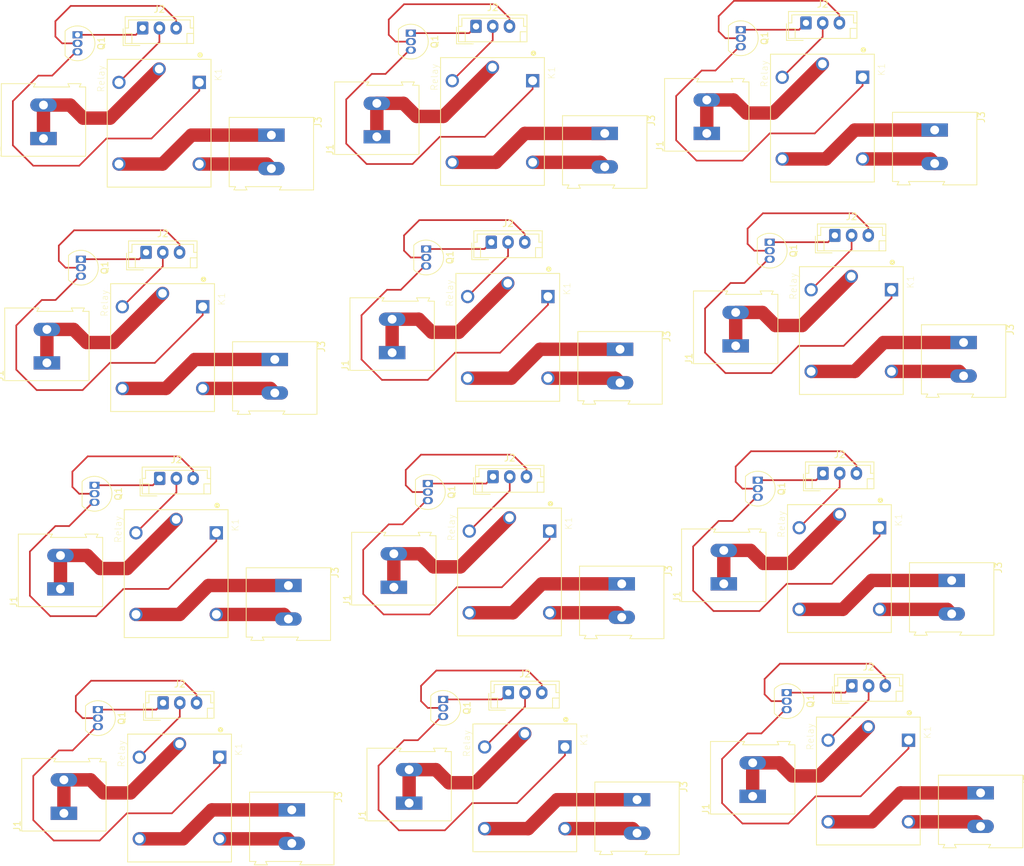
<source format=kicad_pcb>
(kicad_pcb (version 20171130) (host pcbnew 5.1.4-e60b266~84~ubuntu18.04.1)
  (layers (0 F.Cu signal) (31 B.Cu signal) (34 B.Paste user hide) (35 F.Paste user hide) (36 B.SilkS user hide) (37 F.SilkS user hide) (38 B.Mask user hide) (39 F.Mask user hide) (44 Edge.Cuts user hide))
  (net 0 "")
  (net 1 "Net-(J1-Pad1)")
  (net 2 "Net-(J2-Pad2)")
  (net 3 "Net-(J2-Pad1)")
  (net 4 "Net-(J3-Pad2)")
  (net 5 "Net-(J3-Pad1)")
  (net 6 "Net-(J2-Pad3)")
  (net 7 "Net-(K1-PadA1)")
  (module Connector_JST:JST_EH_B3B-EH-A_1x03_P2.50mm_Vertical (layer F.Cu) (at 140.542 85.09)
    (fp_text reference J2 (at 2.5 -2.8) (layer F.SilkS))
    (fp_text value Inputs)
    (pad 3 thru_hole oval (at 5 0) (size 1.7 1.95) (drill 0.95) (layers *.Cu *.Mask))
    (pad 2 thru_hole oval (at 2.5 0) (size 1.7 1.95) (drill 0.95) (layers *.Cu *.Mask))
    (pad 1 thru_hole roundrect (at 0 0) (size 1.7 1.95) (drill 0.95) (layers *.Cu *.Mask) (roundrect_rratio 0.147059))
  )
  (module Connector_JST:JST_EH_B3B-EH-A_1x03_P2.50mm_Vertical (layer F.Cu) (at 41.482 85.852)
    (fp_text reference J2 (at 2.5 -2.8) (layer F.SilkS))
    (fp_text value Inputs)
    (pad 1 thru_hole roundrect (at 0 0) (size 1.7 1.95) (drill 0.95) (layers *.Cu *.Mask) (roundrect_rratio 0.147059))
    (pad 2 thru_hole oval (at 2.5 0) (size 1.7 1.95) (drill 0.95) (layers *.Cu *.Mask))
    (pad 3 thru_hole oval (at 5 0) (size 1.7 1.95) (drill 0.95) (layers *.Cu *.Mask))
  )
  (module Connector_JST:JST_EH_B3B-EH-A_1x03_P2.50mm_Vertical (layer F.Cu) (at 93.552 117.856)
    (fp_text reference J2 (at 2.5 -2.8) (layer F.SilkS))
    (fp_text value Inputs)
    (pad 3 thru_hole oval (at 5 0) (size 1.7 1.95) (drill 0.95) (layers *.Cu *.Mask))
    (pad 2 thru_hole oval (at 2.5 0) (size 1.7 1.95) (drill 0.95) (layers *.Cu *.Mask))
    (pad 1 thru_hole roundrect (at 0 0) (size 1.7 1.95) (drill 0.95) (layers *.Cu *.Mask) (roundrect_rratio 0.147059))
  )
  (module TerminalBlock:TerminalBlock_Altech_AK300-2_P5.00mm (layer F.Cu) (at 26.67 102.362 90)
    (fp_text reference J1 (at -1.92 -6.99 90) (layer F.SilkS))
    (fp_text value DataIn)
    (pad 1 thru_hole rect (at 0 0 90) (size 1.98 3.96) (drill 1.32) (layers *.Cu *.Mask))
    (pad 2 thru_hole oval (at 5 0 90) (size 1.98 3.96) (drill 1.32) (layers *.Cu *.Mask))
  )
  (module TerminalBlock:TerminalBlock_Altech_AK300-2_P5.00mm (layer F.Cu) (at 60.706 101.854 270)
    (fp_text reference J3 (at -1.92 -6.99 90) (layer F.SilkS))
    (fp_text value DataOut)
    (pad 1 thru_hole rect (at 0 0 270) (size 1.98 3.96) (drill 1.32) (layers *.Cu *.Mask))
    (pad 2 thru_hole oval (at 5 0 270) (size 1.98 3.96) (drill 1.32) (layers *.Cu *.Mask))
  )
  (module SRD-05VDC-SL-C:RELAY_SRD-05VDC-SL-C (layer F.Cu) (at 43.942 100.076 270)
    (fp_text reference K1 (at -7.26069 -8.83584 90) (layer F.SilkS) (effects (font (size 1.00009 1.00009) (thickness 0.05))))
    (fp_text value Relay (at -6.62706 8.6677 90) (layer F.SilkS) (effects (font (size 1.00031 1.00031) (thickness 0.05))))
    (pad A1 thru_hole rect (at -6.1 -6 270) (size 1.98 1.98) (drill 1.32) (layers *.Cu *.Mask))
    (pad COM thru_hole circle (at -8.1 0 270) (size 1.935 1.935) (drill 1.29) (layers *.Cu *.Mask))
    (pad A2 thru_hole circle (at -6.1 6 270) (size 1.98 1.98) (drill 1.32) (layers *.Cu *.Mask))
    (pad NO thru_hole circle (at 6.1 6 270) (size 1.98 1.98) (drill 1.32) (layers *.Cu *.Mask))
    (pad NC thru_hole circle (at 6.1 -6 270) (size 1.98 1.98) (drill 1.32) (layers *.Cu *.Mask))
  )
  (module SRD-05VDC-SL-C:RELAY_SRD-05VDC-SL-C (layer F.Cu) (at 147.32 131.064 270)
    (fp_text reference K1 (at -7.26069 -8.83584 90) (layer F.SilkS) (effects (font (size 1.00009 1.00009) (thickness 0.05))))
    (fp_text value Relay (at -6.62706 8.6677 90) (layer F.SilkS) (effects (font (size 1.00031 1.00031) (thickness 0.05))))
    (pad NC thru_hole circle (at 6.1 -6 270) (size 1.98 1.98) (drill 1.32) (layers *.Cu *.Mask))
    (pad NO thru_hole circle (at 6.1 6 270) (size 1.98 1.98) (drill 1.32) (layers *.Cu *.Mask))
    (pad A2 thru_hole circle (at -6.1 6 270) (size 1.98 1.98) (drill 1.32) (layers *.Cu *.Mask))
    (pad COM thru_hole circle (at -8.1 0 270) (size 1.935 1.935) (drill 1.29) (layers *.Cu *.Mask))
    (pad A1 thru_hole rect (at -6.1 -6 270) (size 1.98 1.98) (drill 1.32) (layers *.Cu *.Mask))
  )
  (module Package_TO_SOT_THT:TO-92_Inline (layer F.Cu) (at 130.81 86.106 270)
    (fp_text reference Q1 (at 1.27 -3.56 90) (layer F.SilkS))
    (fp_text value 2N3904)
    (pad 1 thru_hole rect (at 0 0 270) (size 1.05 1.5) (drill 0.75) (layers *.Cu *.Mask))
    (pad 3 thru_hole oval (at 2.54 0 270) (size 1.05 1.5) (drill 0.75) (layers *.Cu *.Mask))
    (pad 2 thru_hole oval (at 1.27 0 270) (size 1.05 1.5) (drill 0.75) (layers *.Cu *.Mask))
  )
  (module TerminalBlock:TerminalBlock_Altech_AK300-2_P5.00mm (layer F.Cu) (at 78.74 134.366 90)
    (fp_text reference J1 (at -1.92 -6.99 90) (layer F.SilkS))
    (fp_text value DataIn)
    (pad 2 thru_hole oval (at 5 0 90) (size 1.98 3.96) (drill 1.32) (layers *.Cu *.Mask))
    (pad 1 thru_hole rect (at 0 0 90) (size 1.98 3.96) (drill 1.32) (layers *.Cu *.Mask))
  )
  (module Package_TO_SOT_THT:TO-92_Inline (layer F.Cu) (at 32.258 120.396 270)
    (fp_text reference Q1 (at 1.27 -3.56 90) (layer F.SilkS))
    (fp_text value 2N3904)
    (pad 1 thru_hole rect (at 0 0 270) (size 1.05 1.5) (drill 0.75) (layers *.Cu *.Mask))
    (pad 3 thru_hole oval (at 2.54 0 270) (size 1.05 1.5) (drill 0.75) (layers *.Cu *.Mask))
    (pad 2 thru_hole oval (at 1.27 0 270) (size 1.05 1.5) (drill 0.75) (layers *.Cu *.Mask))
  )
  (module SRD-05VDC-SL-C:RELAY_SRD-05VDC-SL-C (layer F.Cu) (at 143.002 99.314 270)
    (fp_text reference K1 (at -7.26069 -8.83584 90) (layer F.SilkS) (effects (font (size 1.00009 1.00009) (thickness 0.05))))
    (fp_text value Relay (at -6.62706 8.6677 90) (layer F.SilkS) (effects (font (size 1.00031 1.00031) (thickness 0.05))))
    (pad NC thru_hole circle (at 6.1 -6 270) (size 1.98 1.98) (drill 1.32) (layers *.Cu *.Mask))
    (pad NO thru_hole circle (at 6.1 6 270) (size 1.98 1.98) (drill 1.32) (layers *.Cu *.Mask))
    (pad A2 thru_hole circle (at -6.1 6 270) (size 1.98 1.98) (drill 1.32) (layers *.Cu *.Mask))
    (pad COM thru_hole circle (at -8.1 0 270) (size 1.935 1.935) (drill 1.29) (layers *.Cu *.Mask))
    (pad A1 thru_hole rect (at -6.1 -6 270) (size 1.98 1.98) (drill 1.32) (layers *.Cu *.Mask))
  )
  (module Connector_JST:JST_EH_B3B-EH-A_1x03_P2.50mm_Vertical (layer F.Cu) (at 144.86 116.84)
    (fp_text reference J2 (at 2.5 -2.8) (layer F.SilkS))
    (fp_text value Inputs)
    (pad 3 thru_hole oval (at 5 0) (size 1.7 1.95) (drill 0.95) (layers *.Cu *.Mask))
    (pad 2 thru_hole oval (at 2.5 0) (size 1.7 1.95) (drill 0.95) (layers *.Cu *.Mask))
    (pad 1 thru_hole roundrect (at 0 0) (size 1.7 1.95) (drill 0.95) (layers *.Cu *.Mask) (roundrect_rratio 0.147059))
  )
  (module Connector_JST:JST_EH_B3B-EH-A_1x03_P2.50mm_Vertical (layer F.Cu) (at 91.266 85.598)
    (fp_text reference J2 (at 2.5 -2.8) (layer F.SilkS))
    (fp_text value Inputs)
    (pad 3 thru_hole oval (at 5 0) (size 1.7 1.95) (drill 0.95) (layers *.Cu *.Mask))
    (pad 2 thru_hole oval (at 2.5 0) (size 1.7 1.95) (drill 0.95) (layers *.Cu *.Mask))
    (pad 1 thru_hole roundrect (at 0 0) (size 1.7 1.95) (drill 0.95) (layers *.Cu *.Mask) (roundrect_rratio 0.147059))
  )
  (module Package_TO_SOT_THT:TO-92_Inline (layer F.Cu) (at 135.128 117.856 270)
    (fp_text reference Q1 (at 1.27 -3.56 90) (layer F.SilkS))
    (fp_text value 2N3904)
    (pad 1 thru_hole rect (at 0 0 270) (size 1.05 1.5) (drill 0.75) (layers *.Cu *.Mask))
    (pad 3 thru_hole oval (at 2.54 0 270) (size 1.05 1.5) (drill 0.75) (layers *.Cu *.Mask))
    (pad 2 thru_hole oval (at 1.27 0 270) (size 1.05 1.5) (drill 0.75) (layers *.Cu *.Mask))
  )
  (module TerminalBlock:TerminalBlock_Altech_AK300-2_P5.00mm (layer F.Cu) (at 76.454 102.108 90)
    (fp_text reference J1 (at -1.92 -6.99 90) (layer F.SilkS))
    (fp_text value DataIn)
    (pad 2 thru_hole oval (at 5 0 90) (size 1.98 3.96) (drill 1.32) (layers *.Cu *.Mask))
    (pad 1 thru_hole rect (at 0 0 90) (size 1.98 3.96) (drill 1.32) (layers *.Cu *.Mask))
  )
  (module TerminalBlock:TerminalBlock_Altech_AK300-2_P5.00mm (layer F.Cu) (at 61.214 135.382 270)
    (fp_text reference J3 (at -1.92 -6.99 90) (layer F.SilkS))
    (fp_text value DataOut)
    (pad 2 thru_hole oval (at 5 0 270) (size 1.98 3.96) (drill 1.32) (layers *.Cu *.Mask))
    (pad 1 thru_hole rect (at 0 0 270) (size 1.98 3.96) (drill 1.32) (layers *.Cu *.Mask))
  )
  (module TerminalBlock:TerminalBlock_Altech_AK300-2_P5.00mm (layer F.Cu) (at 27.178 135.89 90)
    (fp_text reference J1 (at -1.92 -6.99 90) (layer F.SilkS))
    (fp_text value DataIn)
    (pad 2 thru_hole oval (at 5 0 90) (size 1.98 3.96) (drill 1.32) (layers *.Cu *.Mask))
    (pad 1 thru_hole rect (at 0 0 90) (size 1.98 3.96) (drill 1.32) (layers *.Cu *.Mask))
  )
  (module SRD-05VDC-SL-C:RELAY_SRD-05VDC-SL-C (layer F.Cu) (at 93.726 99.822 270)
    (fp_text reference K1 (at -7.26069 -8.83584 90) (layer F.SilkS) (effects (font (size 1.00009 1.00009) (thickness 0.05))))
    (fp_text value Relay (at -6.62706 8.6677 90) (layer F.SilkS) (effects (font (size 1.00031 1.00031) (thickness 0.05))))
    (pad NC thru_hole circle (at 6.1 -6 270) (size 1.98 1.98) (drill 1.32) (layers *.Cu *.Mask))
    (pad NO thru_hole circle (at 6.1 6 270) (size 1.98 1.98) (drill 1.32) (layers *.Cu *.Mask))
    (pad A2 thru_hole circle (at -6.1 6 270) (size 1.98 1.98) (drill 1.32) (layers *.Cu *.Mask))
    (pad COM thru_hole circle (at -8.1 0 270) (size 1.935 1.935) (drill 1.29) (layers *.Cu *.Mask))
    (pad A1 thru_hole rect (at -6.1 -6 270) (size 1.98 1.98) (drill 1.32) (layers *.Cu *.Mask))
  )
  (module Connector_JST:JST_EH_B3B-EH-A_1x03_P2.50mm_Vertical (layer F.Cu) (at 41.99 119.38)
    (fp_text reference J2 (at 2.5 -2.8) (layer F.SilkS))
    (fp_text value Inputs)
    (pad 3 thru_hole oval (at 5 0) (size 1.7 1.95) (drill 0.95) (layers *.Cu *.Mask))
    (pad 2 thru_hole oval (at 2.5 0) (size 1.7 1.95) (drill 0.95) (layers *.Cu *.Mask))
    (pad 1 thru_hole roundrect (at 0 0) (size 1.7 1.95) (drill 0.95) (layers *.Cu *.Mask) (roundrect_rratio 0.147059))
  )
  (module TerminalBlock:TerminalBlock_Altech_AK300-2_P5.00mm (layer F.Cu) (at 110.49 101.6 270)
    (fp_text reference J3 (at -1.92 -6.99 90) (layer F.SilkS))
    (fp_text value DataOut)
    (pad 2 thru_hole oval (at 5 0 270) (size 1.98 3.96) (drill 1.32) (layers *.Cu *.Mask))
    (pad 1 thru_hole rect (at 0 0 270) (size 1.98 3.96) (drill 1.32) (layers *.Cu *.Mask))
  )
  (module SRD-05VDC-SL-C:RELAY_SRD-05VDC-SL-C (layer F.Cu) (at 96.012 132.08 270)
    (fp_text reference K1 (at -7.26069 -8.83584 90) (layer F.SilkS) (effects (font (size 1.00009 1.00009) (thickness 0.05))))
    (fp_text value Relay (at -6.62706 8.6677 90) (layer F.SilkS) (effects (font (size 1.00031 1.00031) (thickness 0.05))))
    (pad NC thru_hole circle (at 6.1 -6 270) (size 1.98 1.98) (drill 1.32) (layers *.Cu *.Mask))
    (pad NO thru_hole circle (at 6.1 6 270) (size 1.98 1.98) (drill 1.32) (layers *.Cu *.Mask))
    (pad A2 thru_hole circle (at -6.1 6 270) (size 1.98 1.98) (drill 1.32) (layers *.Cu *.Mask))
    (pad COM thru_hole circle (at -8.1 0 270) (size 1.935 1.935) (drill 1.29) (layers *.Cu *.Mask))
    (pad A1 thru_hole rect (at -6.1 -6 270) (size 1.98 1.98) (drill 1.32) (layers *.Cu *.Mask))
  )
  (module TerminalBlock:TerminalBlock_Altech_AK300-2_P5.00mm (layer F.Cu) (at 164.084 132.842 270)
    (fp_text reference J3 (at -1.92 -6.99 90) (layer F.SilkS))
    (fp_text value DataOut)
    (pad 2 thru_hole oval (at 5 0 270) (size 1.98 3.96) (drill 1.32) (layers *.Cu *.Mask))
    (pad 1 thru_hole rect (at 0 0 270) (size 1.98 3.96) (drill 1.32) (layers *.Cu *.Mask))
  )
  (module Package_TO_SOT_THT:TO-92_Inline (layer F.Cu) (at 81.534 86.614 270)
    (fp_text reference Q1 (at 1.27 -3.56 90) (layer F.SilkS))
    (fp_text value 2N3904)
    (pad 1 thru_hole rect (at 0 0 270) (size 1.05 1.5) (drill 0.75) (layers *.Cu *.Mask))
    (pad 3 thru_hole oval (at 2.54 0 270) (size 1.05 1.5) (drill 0.75) (layers *.Cu *.Mask))
    (pad 2 thru_hole oval (at 1.27 0 270) (size 1.05 1.5) (drill 0.75) (layers *.Cu *.Mask))
  )
  (module Package_TO_SOT_THT:TO-92_Inline (layer F.Cu) (at 83.82 118.872 270)
    (fp_text reference Q1 (at 1.27 -3.56 90) (layer F.SilkS))
    (fp_text value 2N3904)
    (pad 1 thru_hole rect (at 0 0 270) (size 1.05 1.5) (drill 0.75) (layers *.Cu *.Mask))
    (pad 3 thru_hole oval (at 2.54 0 270) (size 1.05 1.5) (drill 0.75) (layers *.Cu *.Mask))
    (pad 2 thru_hole oval (at 1.27 0 270) (size 1.05 1.5) (drill 0.75) (layers *.Cu *.Mask))
  )
  (module Package_TO_SOT_THT:TO-92_Inline (layer F.Cu) (at 31.75 86.868 270)
    (fp_text reference Q1 (at 1.27 -3.56 90) (layer F.SilkS))
    (fp_text value 2N3904)
    (pad 2 thru_hole oval (at 1.27 0 270) (size 1.05 1.5) (drill 0.75) (layers *.Cu *.Mask))
    (pad 3 thru_hole oval (at 2.54 0 270) (size 1.05 1.5) (drill 0.75) (layers *.Cu *.Mask))
    (pad 1 thru_hole rect (at 0 0 270) (size 1.05 1.5) (drill 0.75) (layers *.Cu *.Mask))
  )
  (module TerminalBlock:TerminalBlock_Altech_AK300-2_P5.00mm (layer F.Cu) (at 130.048 133.35 90)
    (fp_text reference J1 (at -1.92 -6.99 90) (layer F.SilkS))
    (fp_text value DataIn)
    (pad 2 thru_hole oval (at 5 0 90) (size 1.98 3.96) (drill 1.32) (layers *.Cu *.Mask))
    (pad 1 thru_hole rect (at 0 0 90) (size 1.98 3.96) (drill 1.32) (layers *.Cu *.Mask))
  )
  (module TerminalBlock:TerminalBlock_Altech_AK300-2_P5.00mm (layer F.Cu) (at 112.776 133.858 270)
    (fp_text reference J3 (at -1.92 -6.99 90) (layer F.SilkS))
    (fp_text value DataOut)
    (pad 2 thru_hole oval (at 5 0 270) (size 1.98 3.96) (drill 1.32) (layers *.Cu *.Mask))
    (pad 1 thru_hole rect (at 0 0 270) (size 1.98 3.96) (drill 1.32) (layers *.Cu *.Mask))
  )
  (module TerminalBlock:TerminalBlock_Altech_AK300-2_P5.00mm (layer F.Cu) (at 125.73 101.6 90)
    (fp_text reference J1 (at -1.92 -6.99 90) (layer F.SilkS))
    (fp_text value DataIn)
    (pad 2 thru_hole oval (at 5 0 90) (size 1.98 3.96) (drill 1.32) (layers *.Cu *.Mask))
    (pad 1 thru_hole rect (at 0 0 90) (size 1.98 3.96) (drill 1.32) (layers *.Cu *.Mask))
  )
  (module SRD-05VDC-SL-C:RELAY_SRD-05VDC-SL-C (layer F.Cu) (at 44.45 133.604 270)
    (fp_text reference K1 (at -7.26069 -8.83584 90) (layer F.SilkS) (effects (font (size 1.00009 1.00009) (thickness 0.05))))
    (fp_text value Relay (at -6.62706 8.6677 90) (layer F.SilkS) (effects (font (size 1.00031 1.00031) (thickness 0.05))))
    (pad NC thru_hole circle (at 6.1 -6 270) (size 1.98 1.98) (drill 1.32) (layers *.Cu *.Mask))
    (pad NO thru_hole circle (at 6.1 6 270) (size 1.98 1.98) (drill 1.32) (layers *.Cu *.Mask))
    (pad A2 thru_hole circle (at -6.1 6 270) (size 1.98 1.98) (drill 1.32) (layers *.Cu *.Mask))
    (pad COM thru_hole circle (at -8.1 0 270) (size 1.935 1.935) (drill 1.29) (layers *.Cu *.Mask))
    (pad A1 thru_hole rect (at -6.1 -6 270) (size 1.98 1.98) (drill 1.32) (layers *.Cu *.Mask))
  )
  (module TerminalBlock:TerminalBlock_Altech_AK300-2_P5.00mm (layer F.Cu) (at 159.766 101.092 270)
    (fp_text reference J3 (at -1.92 -6.99 90) (layer F.SilkS))
    (fp_text value DataOut)
    (pad 2 thru_hole oval (at 5 0 270) (size 1.98 3.96) (drill 1.32) (layers *.Cu *.Mask))
    (pad 1 thru_hole rect (at 0 0 270) (size 1.98 3.96) (drill 1.32) (layers *.Cu *.Mask))
  )
  (module Connector_JST:JST_EH_B3B-EH-A_1x03_P2.50mm_Vertical (layer F.Cu) (at 142.32 49.53)
    (fp_text reference J2 (at 2.5 -2.8) (layer F.SilkS))
    (fp_text value Inputs)
    (pad 1 thru_hole roundrect (at 0 0) (size 1.7 1.95) (drill 0.95) (layers *.Cu *.Mask) (roundrect_rratio 0.147059))
    (pad 2 thru_hole oval (at 2.5 0) (size 1.7 1.95) (drill 0.95) (layers *.Cu *.Mask))
    (pad 3 thru_hole oval (at 5 0) (size 1.7 1.95) (drill 0.95) (layers *.Cu *.Mask))
  )
  (module TerminalBlock:TerminalBlock_Altech_AK300-2_P5.00mm (layer F.Cu) (at 127.508 66.04 90)
    (fp_text reference J1 (at -1.92 -6.99 90) (layer F.SilkS))
    (fp_text value DataIn)
    (pad 1 thru_hole rect (at 0 0 90) (size 1.98 3.96) (drill 1.32) (layers *.Cu *.Mask))
    (pad 2 thru_hole oval (at 5 0 90) (size 1.98 3.96) (drill 1.32) (layers *.Cu *.Mask))
  )
  (module TerminalBlock:TerminalBlock_Altech_AK300-2_P5.00mm (layer F.Cu) (at 161.544 65.532 270)
    (fp_text reference J3 (at -1.92 -6.99 90) (layer F.SilkS))
    (fp_text value DataOut)
    (pad 1 thru_hole rect (at 0 0 270) (size 1.98 3.96) (drill 1.32) (layers *.Cu *.Mask))
    (pad 2 thru_hole oval (at 5 0 270) (size 1.98 3.96) (drill 1.32) (layers *.Cu *.Mask))
  )
  (module SRD-05VDC-SL-C:RELAY_SRD-05VDC-SL-C (layer F.Cu) (at 144.78 63.754 270)
    (fp_text reference K1 (at -7.26069 -8.83584 90) (layer F.SilkS) (effects (font (size 1.00009 1.00009) (thickness 0.05))))
    (fp_text value Relay (at -6.62706 8.6677 90) (layer F.SilkS) (effects (font (size 1.00031 1.00031) (thickness 0.05))))
    (pad A1 thru_hole rect (at -6.1 -6 270) (size 1.98 1.98) (drill 1.32) (layers *.Cu *.Mask))
    (pad COM thru_hole circle (at -8.1 0 270) (size 1.935 1.935) (drill 1.29) (layers *.Cu *.Mask))
    (pad A2 thru_hole circle (at -6.1 6 270) (size 1.98 1.98) (drill 1.32) (layers *.Cu *.Mask))
    (pad NO thru_hole circle (at 6.1 6 270) (size 1.98 1.98) (drill 1.32) (layers *.Cu *.Mask))
    (pad NC thru_hole circle (at 6.1 -6 270) (size 1.98 1.98) (drill 1.32) (layers *.Cu *.Mask))
  )
  (module Package_TO_SOT_THT:TO-92_Inline (layer F.Cu) (at 132.588 50.546 270)
    (fp_text reference Q1 (at 1.27 -3.56 90) (layer F.SilkS))
    (fp_text value 2N3904)
    (pad 2 thru_hole oval (at 1.27 0 270) (size 1.05 1.5) (drill 0.75) (layers *.Cu *.Mask))
    (pad 3 thru_hole oval (at 2.54 0 270) (size 1.05 1.5) (drill 0.75) (layers *.Cu *.Mask))
    (pad 1 thru_hole rect (at 0 0 270) (size 1.05 1.5) (drill 0.75) (layers *.Cu *.Mask))
  )
  (module Connector_JST:JST_EH_B3B-EH-A_1x03_P2.50mm_Vertical (layer F.Cu) (at 91.012 50.546)
    (fp_text reference J2 (at 2.5 -2.8) (layer F.SilkS))
    (fp_text value Inputs)
    (pad 1 thru_hole roundrect (at 0 0) (size 1.7 1.95) (drill 0.95) (layers *.Cu *.Mask) (roundrect_rratio 0.147059))
    (pad 2 thru_hole oval (at 2.5 0) (size 1.7 1.95) (drill 0.95) (layers *.Cu *.Mask))
    (pad 3 thru_hole oval (at 5 0) (size 1.7 1.95) (drill 0.95) (layers *.Cu *.Mask))
  )
  (module TerminalBlock:TerminalBlock_Altech_AK300-2_P5.00mm (layer F.Cu) (at 76.2 67.056 90)
    (fp_text reference J1 (at -1.92 -6.99 90) (layer F.SilkS))
    (fp_text value DataIn)
    (pad 1 thru_hole rect (at 0 0 90) (size 1.98 3.96) (drill 1.32) (layers *.Cu *.Mask))
    (pad 2 thru_hole oval (at 5 0 90) (size 1.98 3.96) (drill 1.32) (layers *.Cu *.Mask))
  )
  (module TerminalBlock:TerminalBlock_Altech_AK300-2_P5.00mm (layer F.Cu) (at 110.236 66.548 270)
    (fp_text reference J3 (at -1.92 -6.99 90) (layer F.SilkS))
    (fp_text value DataOut)
    (pad 1 thru_hole rect (at 0 0 270) (size 1.98 3.96) (drill 1.32) (layers *.Cu *.Mask))
    (pad 2 thru_hole oval (at 5 0 270) (size 1.98 3.96) (drill 1.32) (layers *.Cu *.Mask))
  )
  (module SRD-05VDC-SL-C:RELAY_SRD-05VDC-SL-C (layer F.Cu) (at 93.472 64.77 270)
    (fp_text reference K1 (at -7.26069 -8.83584 90) (layer F.SilkS) (effects (font (size 1.00009 1.00009) (thickness 0.05))))
    (fp_text value Relay (at -6.62706 8.6677 90) (layer F.SilkS) (effects (font (size 1.00031 1.00031) (thickness 0.05))))
    (pad A1 thru_hole rect (at -6.1 -6 270) (size 1.98 1.98) (drill 1.32) (layers *.Cu *.Mask))
    (pad COM thru_hole circle (at -8.1 0 270) (size 1.935 1.935) (drill 1.29) (layers *.Cu *.Mask))
    (pad A2 thru_hole circle (at -6.1 6 270) (size 1.98 1.98) (drill 1.32) (layers *.Cu *.Mask))
    (pad NO thru_hole circle (at 6.1 6 270) (size 1.98 1.98) (drill 1.32) (layers *.Cu *.Mask))
    (pad NC thru_hole circle (at 6.1 -6 270) (size 1.98 1.98) (drill 1.32) (layers *.Cu *.Mask))
  )
  (module Package_TO_SOT_THT:TO-92_Inline (layer F.Cu) (at 81.28 51.562 270)
    (fp_text reference Q1 (at 1.27 -3.56 90) (layer F.SilkS))
    (fp_text value 2N3904)
    (pad 2 thru_hole oval (at 1.27 0 270) (size 1.05 1.5) (drill 0.75) (layers *.Cu *.Mask))
    (pad 3 thru_hole oval (at 2.54 0 270) (size 1.05 1.5) (drill 0.75) (layers *.Cu *.Mask))
    (pad 1 thru_hole rect (at 0 0 270) (size 1.05 1.5) (drill 0.75) (layers *.Cu *.Mask))
  )
  (module Connector_JST:JST_EH_B3B-EH-A_1x03_P2.50mm_Vertical (layer F.Cu) (at 39.45 52.07)
    (fp_text reference J2 (at 2.5 -2.8) (layer F.SilkS))
    (fp_text value Inputs)
    (pad 1 thru_hole roundrect (at 0 0) (size 1.7 1.95) (drill 0.95) (layers *.Cu *.Mask) (roundrect_rratio 0.147059))
    (pad 2 thru_hole oval (at 2.5 0) (size 1.7 1.95) (drill 0.95) (layers *.Cu *.Mask))
    (pad 3 thru_hole oval (at 5 0) (size 1.7 1.95) (drill 0.95) (layers *.Cu *.Mask))
  )
  (module TerminalBlock:TerminalBlock_Altech_AK300-2_P5.00mm (layer F.Cu) (at 24.638 68.58 90)
    (fp_text reference J1 (at -1.92 -6.99 90) (layer F.SilkS))
    (fp_text value DataIn)
    (pad 1 thru_hole rect (at 0 0 90) (size 1.98 3.96) (drill 1.32) (layers *.Cu *.Mask))
    (pad 2 thru_hole oval (at 5 0 90) (size 1.98 3.96) (drill 1.32) (layers *.Cu *.Mask))
  )
  (module TerminalBlock:TerminalBlock_Altech_AK300-2_P5.00mm (layer F.Cu) (at 58.674 68.072 270)
    (fp_text reference J3 (at -1.92 -6.99 90) (layer F.SilkS))
    (fp_text value DataOut)
    (pad 1 thru_hole rect (at 0 0 270) (size 1.98 3.96) (drill 1.32) (layers *.Cu *.Mask))
    (pad 2 thru_hole oval (at 5 0 270) (size 1.98 3.96) (drill 1.32) (layers *.Cu *.Mask))
  )
  (module SRD-05VDC-SL-C:RELAY_SRD-05VDC-SL-C (layer F.Cu) (at 41.91 66.294 270)
    (fp_text reference K1 (at -7.26069 -8.83584 90) (layer F.SilkS) (effects (font (size 1.00009 1.00009) (thickness 0.05))))
    (fp_text value Relay (at -6.62706 8.6677 90) (layer F.SilkS) (effects (font (size 1.00031 1.00031) (thickness 0.05))))
    (pad A1 thru_hole rect (at -6.1 -6 270) (size 1.98 1.98) (drill 1.32) (layers *.Cu *.Mask))
    (pad COM thru_hole circle (at -8.1 0 270) (size 1.935 1.935) (drill 1.29) (layers *.Cu *.Mask))
    (pad A2 thru_hole circle (at -6.1 6 270) (size 1.98 1.98) (drill 1.32) (layers *.Cu *.Mask))
    (pad NO thru_hole circle (at 6.1 6 270) (size 1.98 1.98) (drill 1.32) (layers *.Cu *.Mask))
    (pad NC thru_hole circle (at 6.1 -6 270) (size 1.98 1.98) (drill 1.32) (layers *.Cu *.Mask))
  )
  (module Package_TO_SOT_THT:TO-92_Inline (layer F.Cu) (at 29.718 53.086 270)
    (fp_text reference Q1 (at 1.27 -3.56 90) (layer F.SilkS))
    (fp_text value 2N3904)
    (pad 2 thru_hole oval (at 1.27 0 270) (size 1.05 1.5) (drill 0.75) (layers *.Cu *.Mask))
    (pad 3 thru_hole oval (at 2.54 0 270) (size 1.05 1.5) (drill 0.75) (layers *.Cu *.Mask))
    (pad 1 thru_hole rect (at 0 0 270) (size 1.05 1.5) (drill 0.75) (layers *.Cu *.Mask))
  )
  (module Connector_JST:JST_EH_B3B-EH-A_1x03_P2.50mm_Vertical (layer F.Cu) (at 138.002 17.78)
    (fp_text reference J2 (at 2.5 -2.8) (layer F.SilkS))
    (fp_text value Inputs)
    (pad 1 thru_hole roundrect (at 0 0) (size 1.7 1.95) (drill 0.95) (layers *.Cu *.Mask) (roundrect_rratio 0.147059))
    (pad 2 thru_hole oval (at 2.5 0) (size 1.7 1.95) (drill 0.95) (layers *.Cu *.Mask))
    (pad 3 thru_hole oval (at 5 0) (size 1.7 1.95) (drill 0.95) (layers *.Cu *.Mask))
  )
  (module TerminalBlock:TerminalBlock_Altech_AK300-2_P5.00mm (layer F.Cu) (at 123.19 34.29 90)
    (fp_text reference J1 (at -1.92 -6.99 90) (layer F.SilkS))
    (fp_text value DataIn)
    (pad 1 thru_hole rect (at 0 0 90) (size 1.98 3.96) (drill 1.32) (layers *.Cu *.Mask))
    (pad 2 thru_hole oval (at 5 0 90) (size 1.98 3.96) (drill 1.32) (layers *.Cu *.Mask))
  )
  (module TerminalBlock:TerminalBlock_Altech_AK300-2_P5.00mm (layer F.Cu) (at 157.226 33.782 270)
    (fp_text reference J3 (at -1.92 -6.99 90) (layer F.SilkS))
    (fp_text value DataOut)
    (pad 1 thru_hole rect (at 0 0 270) (size 1.98 3.96) (drill 1.32) (layers *.Cu *.Mask))
    (pad 2 thru_hole oval (at 5 0 270) (size 1.98 3.96) (drill 1.32) (layers *.Cu *.Mask))
  )
  (module SRD-05VDC-SL-C:RELAY_SRD-05VDC-SL-C (layer F.Cu) (at 140.462 32.004 270)
    (fp_text reference K1 (at -7.26069 -8.83584 90) (layer F.SilkS) (effects (font (size 1.00009 1.00009) (thickness 0.05))))
    (fp_text value Relay (at -6.62706 8.6677 90) (layer F.SilkS) (effects (font (size 1.00031 1.00031) (thickness 0.05))))
    (pad A1 thru_hole rect (at -6.1 -6 270) (size 1.98 1.98) (drill 1.32) (layers *.Cu *.Mask))
    (pad COM thru_hole circle (at -8.1 0 270) (size 1.935 1.935) (drill 1.29) (layers *.Cu *.Mask))
    (pad A2 thru_hole circle (at -6.1 6 270) (size 1.98 1.98) (drill 1.32) (layers *.Cu *.Mask))
    (pad NO thru_hole circle (at 6.1 6 270) (size 1.98 1.98) (drill 1.32) (layers *.Cu *.Mask))
    (pad NC thru_hole circle (at 6.1 -6 270) (size 1.98 1.98) (drill 1.32) (layers *.Cu *.Mask))
  )
  (module Package_TO_SOT_THT:TO-92_Inline (layer F.Cu) (at 128.27 18.796 270)
    (fp_text reference Q1 (at 1.27 -3.56 90) (layer F.SilkS))
    (fp_text value 2N3904)
    (pad 2 thru_hole oval (at 1.27 0 270) (size 1.05 1.5) (drill 0.75) (layers *.Cu *.Mask))
    (pad 3 thru_hole oval (at 2.54 0 270) (size 1.05 1.5) (drill 0.75) (layers *.Cu *.Mask))
    (pad 1 thru_hole rect (at 0 0 270) (size 1.05 1.5) (drill 0.75) (layers *.Cu *.Mask))
  )
  (module Connector_JST:JST_EH_B3B-EH-A_1x03_P2.50mm_Vertical (layer F.Cu) (at 88.726 18.288)
    (fp_text reference J2 (at 2.5 -2.8) (layer F.SilkS))
    (fp_text value Inputs)
    (pad 1 thru_hole roundrect (at 0 0) (size 1.7 1.95) (drill 0.95) (layers *.Cu *.Mask) (roundrect_rratio 0.147059))
    (pad 2 thru_hole oval (at 2.5 0) (size 1.7 1.95) (drill 0.95) (layers *.Cu *.Mask))
    (pad 3 thru_hole oval (at 5 0) (size 1.7 1.95) (drill 0.95) (layers *.Cu *.Mask))
  )
  (module TerminalBlock:TerminalBlock_Altech_AK300-2_P5.00mm (layer F.Cu) (at 73.914 34.798 90)
    (fp_text reference J1 (at -1.92 -6.99 90) (layer F.SilkS))
    (fp_text value DataIn)
    (pad 1 thru_hole rect (at 0 0 90) (size 1.98 3.96) (drill 1.32) (layers *.Cu *.Mask))
    (pad 2 thru_hole oval (at 5 0 90) (size 1.98 3.96) (drill 1.32) (layers *.Cu *.Mask))
  )
  (module TerminalBlock:TerminalBlock_Altech_AK300-2_P5.00mm (layer F.Cu) (at 107.95 34.29 270)
    (fp_text reference J3 (at -1.92 -6.99 90) (layer F.SilkS))
    (fp_text value DataOut)
    (pad 1 thru_hole rect (at 0 0 270) (size 1.98 3.96) (drill 1.32) (layers *.Cu *.Mask))
    (pad 2 thru_hole oval (at 5 0 270) (size 1.98 3.96) (drill 1.32) (layers *.Cu *.Mask))
  )
  (module SRD-05VDC-SL-C:RELAY_SRD-05VDC-SL-C (layer F.Cu) (at 91.186 32.512 270)
    (fp_text reference K1 (at -7.26069 -8.83584 90) (layer F.SilkS) (effects (font (size 1.00009 1.00009) (thickness 0.05))))
    (fp_text value Relay (at -6.62706 8.6677 90) (layer F.SilkS) (effects (font (size 1.00031 1.00031) (thickness 0.05))))
    (pad A1 thru_hole rect (at -6.1 -6 270) (size 1.98 1.98) (drill 1.32) (layers *.Cu *.Mask))
    (pad COM thru_hole circle (at -8.1 0 270) (size 1.935 1.935) (drill 1.29) (layers *.Cu *.Mask))
    (pad A2 thru_hole circle (at -6.1 6 270) (size 1.98 1.98) (drill 1.32) (layers *.Cu *.Mask))
    (pad NO thru_hole circle (at 6.1 6 270) (size 1.98 1.98) (drill 1.32) (layers *.Cu *.Mask))
    (pad NC thru_hole circle (at 6.1 -6 270) (size 1.98 1.98) (drill 1.32) (layers *.Cu *.Mask))
  )
  (module Package_TO_SOT_THT:TO-92_Inline (layer F.Cu) (at 78.994 19.304 270)
    (fp_text reference Q1 (at 1.27 -3.56 90) (layer F.SilkS))
    (fp_text value 2N3904)
    (pad 2 thru_hole oval (at 1.27 0 270) (size 1.05 1.5) (drill 0.75) (layers *.Cu *.Mask))
    (pad 3 thru_hole oval (at 2.54 0 270) (size 1.05 1.5) (drill 0.75) (layers *.Cu *.Mask))
    (pad 1 thru_hole rect (at 0 0 270) (size 1.05 1.5) (drill 0.75) (layers *.Cu *.Mask))
  )
  (module Package_TO_SOT_THT:TO-92_Inline (layer F.Cu) (at 29.21 19.558 270)
    (fp_text reference Q1 (at 1.27 -3.56 90) (layer F.SilkS))
    (fp_text value 2N3904)
    (pad 1 thru_hole rect (at 0 0 270) (size 1.05 1.5) (drill 0.75) (layers *.Cu *.Mask) (net 3 "Net-(J2-Pad1)"))
    (pad 3 thru_hole oval (at 2.54 0 270) (size 1.05 1.5) (drill 0.75) (layers *.Cu *.Mask) (net 7 "Net-(K1-PadA1)"))
    (pad 2 thru_hole oval (at 1.27 0 270) (size 1.05 1.5) (drill 0.75) (layers *.Cu *.Mask) (net 6 "Net-(J2-Pad3)"))
  )
  (module SRD-05VDC-SL-C:RELAY_SRD-05VDC-SL-C (layer F.Cu) (at 41.402 32.766 270)
    (fp_text reference K1 (at -7.26069 -8.83584 90) (layer F.SilkS) (effects (font (size 1.00009 1.00009) (thickness 0.05))))
    (fp_text value Relay (at -6.62706 8.6677 90) (layer F.SilkS) (effects (font (size 1.00031 1.00031) (thickness 0.05))))
    (pad NC thru_hole circle (at 6.1 -6 270) (size 1.98 1.98) (drill 1.32) (layers *.Cu *.Mask) (net 4 "Net-(J3-Pad2)"))
    (pad NO thru_hole circle (at 6.1 6 270) (size 1.98 1.98) (drill 1.32) (layers *.Cu *.Mask) (net 5 "Net-(J3-Pad1)"))
    (pad A2 thru_hole circle (at -6.1 6 270) (size 1.98 1.98) (drill 1.32) (layers *.Cu *.Mask) (net 2 "Net-(J2-Pad2)"))
    (pad COM thru_hole circle (at -8.1 0 270) (size 1.935 1.935) (drill 1.29) (layers *.Cu *.Mask) (net 1 "Net-(J1-Pad1)"))
    (pad A1 thru_hole rect (at -6.1 -6 270) (size 1.98 1.98) (drill 1.32) (layers *.Cu *.Mask) (net 7 "Net-(K1-PadA1)"))
  )
  (module TerminalBlock:TerminalBlock_Altech_AK300-2_P5.00mm (layer F.Cu) (at 58.166 34.544 270)
    (fp_text reference J3 (at -1.92 -6.99 90) (layer F.SilkS))
    (fp_text value DataOut)
    (pad 2 thru_hole oval (at 5 0 270) (size 1.98 3.96) (drill 1.32) (layers *.Cu *.Mask) (net 4 "Net-(J3-Pad2)"))
    (pad 1 thru_hole rect (at 0 0 270) (size 1.98 3.96) (drill 1.32) (layers *.Cu *.Mask) (net 5 "Net-(J3-Pad1)"))
  )
  (module Connector_JST:JST_EH_B3B-EH-A_1x03_P2.50mm_Vertical (layer F.Cu) (at 38.942 18.542)
    (fp_text reference J2 (at 2.5 -2.8) (layer F.SilkS))
    (fp_text value Inputs)
    (pad 3 thru_hole oval (at 5 0) (size 1.7 1.95) (drill 0.95) (layers *.Cu *.Mask) (net 6 "Net-(J2-Pad3)"))
    (pad 2 thru_hole oval (at 2.5 0) (size 1.7 1.95) (drill 0.95) (layers *.Cu *.Mask) (net 2 "Net-(J2-Pad2)"))
    (pad 1 thru_hole roundrect (at 0 0) (size 1.7 1.95) (drill 0.95) (layers *.Cu *.Mask) (roundrect_rratio 0.147059) (net 3 "Net-(J2-Pad1)"))
  )
  (module TerminalBlock:TerminalBlock_Altech_AK300-2_P5.00mm (layer F.Cu) (at 24.13 35.052 90)
    (fp_text reference J1 (at -1.92 -6.99 90) (layer F.SilkS))
    (fp_text value DataIn)
    (pad 2 thru_hole oval (at 5 0 90) (size 1.98 3.96) (drill 1.32) (layers *.Cu *.Mask) (net 1 "Net-(J1-Pad1)"))
    (pad 1 thru_hole rect (at 0 0 90) (size 1.98 3.96) (drill 1.32) (layers *.Cu *.Mask) (net 1 "Net-(J1-Pad1)"))
  )
  (segment (start 77.894 29.798) (end 79.846 31.75) (width 2) (layer F.Cu) (net 0))
  (segment (start 73.914 29.798) (end 73.914 34.798) (width 2) (layer F.Cu) (net 0))
  (segment (start 79.846 31.75) (end 83.848 31.75) (width 2) (layer F.Cu) (net 0))
  (segment (start 73.914 29.798) (end 77.894 29.798) (width 2) (layer F.Cu) (net 0))
  (segment (start 83.848 31.75) (end 91.186 24.412) (width 2) (layer F.Cu) (net 0))
  (segment (start 91.226 20.372) (end 85.186 26.412) (width 0.25) (layer F.Cu) (net 0))
  (segment (start 91.226 18.288) (end 91.226 20.372) (width 0.25) (layer F.Cu) (net 0))
  (segment (start 87.71 19.304) (end 88.726 18.288) (width 0.25) (layer F.Cu) (net 0))
  (segment (start 78.994 19.304) (end 87.71 19.304) (width 0.25) (layer F.Cu) (net 0))
  (segment (start 97.186 38.612) (end 107.272 38.612) (width 2) (layer F.Cu) (net 0))
  (segment (start 107.272 38.612) (end 107.95 39.29) (width 2) (layer F.Cu) (net 0))
  (segment (start 96.012 34.29) (end 107.95 34.29) (width 2) (layer F.Cu) (net 0))
  (segment (start 91.69 38.612) (end 96.012 34.29) (width 2) (layer F.Cu) (net 0))
  (segment (start 85.186 38.612) (end 91.69 38.612) (width 2) (layer F.Cu) (net 0))
  (segment (start 77.978 14.986) (end 75.692 17.272) (width 0.25) (layer F.Cu) (net 0))
  (segment (start 75.692 19.558) (end 76.708 20.574) (width 0.25) (layer F.Cu) (net 0))
  (segment (start 75.692 17.272) (end 75.692 19.558) (width 0.25) (layer F.Cu) (net 0))
  (segment (start 91.649 14.986) (end 77.978 14.986) (width 0.25) (layer F.Cu) (net 0))
  (segment (start 93.726 18.288) (end 93.726 17.063) (width 0.25) (layer F.Cu) (net 0))
  (segment (start 76.708 20.574) (end 78.994 20.574) (width 0.25) (layer F.Cu) (net 0))
  (segment (start 93.726 17.063) (end 91.649 14.986) (width 0.25) (layer F.Cu) (net 0))
  (segment (start 69.342 29.21) (end 69.342 35.814) (width 0.25) (layer F.Cu) (net 0))
  (segment (start 72.39 38.862) (end 79.248 38.862) (width 0.25) (layer F.Cu) (net 0))
  (segment (start 73.152 25.4) (end 69.342 29.21) (width 0.25) (layer F.Cu) (net 0))
  (segment (start 97.186 27.652) (end 97.186 26.412) (width 0.25) (layer F.Cu) (net 0))
  (segment (start 83.312 34.798) (end 90.04 34.798) (width 0.25) (layer F.Cu) (net 0))
  (segment (start 79.248 38.862) (end 83.312 34.798) (width 0.25) (layer F.Cu) (net 0))
  (segment (start 78.769 21.844) (end 75.213 25.4) (width 0.25) (layer F.Cu) (net 0))
  (segment (start 90.04 34.798) (end 97.186 27.652) (width 0.25) (layer F.Cu) (net 0))
  (segment (start 69.342 35.814) (end 72.39 38.862) (width 0.25) (layer F.Cu) (net 0))
  (segment (start 75.213 25.4) (end 73.152 25.4) (width 0.25) (layer F.Cu) (net 0))
  (segment (start 78.994 21.844) (end 78.769 21.844) (width 0.25) (layer F.Cu) (net 0))
  (segment (start 127.17 29.29) (end 129.122 31.242) (width 2) (layer F.Cu) (net 0))
  (segment (start 123.19 29.29) (end 123.19 34.29) (width 2) (layer F.Cu) (net 0))
  (segment (start 129.122 31.242) (end 133.124 31.242) (width 2) (layer F.Cu) (net 0))
  (segment (start 123.19 29.29) (end 127.17 29.29) (width 2) (layer F.Cu) (net 0))
  (segment (start 133.124 31.242) (end 140.462 23.904) (width 2) (layer F.Cu) (net 0))
  (segment (start 140.502 19.864) (end 134.462 25.904) (width 0.25) (layer F.Cu) (net 0))
  (segment (start 140.502 17.78) (end 140.502 19.864) (width 0.25) (layer F.Cu) (net 0))
  (segment (start 136.986 18.796) (end 138.002 17.78) (width 0.25) (layer F.Cu) (net 0))
  (segment (start 128.27 18.796) (end 136.986 18.796) (width 0.25) (layer F.Cu) (net 0))
  (segment (start 146.462 38.104) (end 156.548 38.104) (width 2) (layer F.Cu) (net 0))
  (segment (start 156.548 38.104) (end 157.226 38.782) (width 2) (layer F.Cu) (net 0))
  (segment (start 145.288 33.782) (end 157.226 33.782) (width 2) (layer F.Cu) (net 0))
  (segment (start 140.966 38.104) (end 145.288 33.782) (width 2) (layer F.Cu) (net 0))
  (segment (start 134.462 38.104) (end 140.966 38.104) (width 2) (layer F.Cu) (net 0))
  (segment (start 127.254 14.478) (end 124.968 16.764) (width 0.25) (layer F.Cu) (net 0))
  (segment (start 124.968 19.05) (end 125.984 20.066) (width 0.25) (layer F.Cu) (net 0))
  (segment (start 124.968 16.764) (end 124.968 19.05) (width 0.25) (layer F.Cu) (net 0))
  (segment (start 140.925 14.478) (end 127.254 14.478) (width 0.25) (layer F.Cu) (net 0))
  (segment (start 143.002 17.78) (end 143.002 16.555) (width 0.25) (layer F.Cu) (net 0))
  (segment (start 125.984 20.066) (end 128.27 20.066) (width 0.25) (layer F.Cu) (net 0))
  (segment (start 143.002 16.555) (end 140.925 14.478) (width 0.25) (layer F.Cu) (net 0))
  (segment (start 118.618 28.702) (end 118.618 35.306) (width 0.25) (layer F.Cu) (net 0))
  (segment (start 121.666 38.354) (end 128.524 38.354) (width 0.25) (layer F.Cu) (net 0))
  (segment (start 122.428 24.892) (end 118.618 28.702) (width 0.25) (layer F.Cu) (net 0))
  (segment (start 146.462 27.144) (end 146.462 25.904) (width 0.25) (layer F.Cu) (net 0))
  (segment (start 132.588 34.29) (end 139.316 34.29) (width 0.25) (layer F.Cu) (net 0))
  (segment (start 128.524 38.354) (end 132.588 34.29) (width 0.25) (layer F.Cu) (net 0))
  (segment (start 128.045 21.336) (end 124.489 24.892) (width 0.25) (layer F.Cu) (net 0))
  (segment (start 139.316 34.29) (end 146.462 27.144) (width 0.25) (layer F.Cu) (net 0))
  (segment (start 118.618 35.306) (end 121.666 38.354) (width 0.25) (layer F.Cu) (net 0))
  (segment (start 124.489 24.892) (end 122.428 24.892) (width 0.25) (layer F.Cu) (net 0))
  (segment (start 128.27 21.336) (end 128.045 21.336) (width 0.25) (layer F.Cu) (net 0))
  (segment (start 28.618 63.58) (end 30.57 65.532) (width 2) (layer F.Cu) (net 0))
  (segment (start 24.638 63.58) (end 24.638 68.58) (width 2) (layer F.Cu) (net 0))
  (segment (start 30.57 65.532) (end 34.572 65.532) (width 2) (layer F.Cu) (net 0))
  (segment (start 24.638 63.58) (end 28.618 63.58) (width 2) (layer F.Cu) (net 0))
  (segment (start 34.572 65.532) (end 41.91 58.194) (width 2) (layer F.Cu) (net 0))
  (segment (start 41.95 54.154) (end 35.91 60.194) (width 0.25) (layer F.Cu) (net 0))
  (segment (start 41.95 52.07) (end 41.95 54.154) (width 0.25) (layer F.Cu) (net 0))
  (segment (start 38.434 53.086) (end 39.45 52.07) (width 0.25) (layer F.Cu) (net 0))
  (segment (start 29.718 53.086) (end 38.434 53.086) (width 0.25) (layer F.Cu) (net 0))
  (segment (start 47.91 72.394) (end 57.996 72.394) (width 2) (layer F.Cu) (net 0))
  (segment (start 57.996 72.394) (end 58.674 73.072) (width 2) (layer F.Cu) (net 0))
  (segment (start 46.736 68.072) (end 58.674 68.072) (width 2) (layer F.Cu) (net 0))
  (segment (start 42.414 72.394) (end 46.736 68.072) (width 2) (layer F.Cu) (net 0))
  (segment (start 35.91 72.394) (end 42.414 72.394) (width 2) (layer F.Cu) (net 0))
  (segment (start 28.702 48.768) (end 26.416 51.054) (width 0.25) (layer F.Cu) (net 0))
  (segment (start 26.416 53.34) (end 27.432 54.356) (width 0.25) (layer F.Cu) (net 0))
  (segment (start 26.416 51.054) (end 26.416 53.34) (width 0.25) (layer F.Cu) (net 0))
  (segment (start 42.373 48.768) (end 28.702 48.768) (width 0.25) (layer F.Cu) (net 0))
  (segment (start 44.45 52.07) (end 44.45 50.845) (width 0.25) (layer F.Cu) (net 0))
  (segment (start 27.432 54.356) (end 29.718 54.356) (width 0.25) (layer F.Cu) (net 0))
  (segment (start 44.45 50.845) (end 42.373 48.768) (width 0.25) (layer F.Cu) (net 0))
  (segment (start 20.066 62.992) (end 20.066 69.596) (width 0.25) (layer F.Cu) (net 0))
  (segment (start 23.114 72.644) (end 29.972 72.644) (width 0.25) (layer F.Cu) (net 0))
  (segment (start 23.876 59.182) (end 20.066 62.992) (width 0.25) (layer F.Cu) (net 0))
  (segment (start 47.91 61.434) (end 47.91 60.194) (width 0.25) (layer F.Cu) (net 0))
  (segment (start 34.036 68.58) (end 40.764 68.58) (width 0.25) (layer F.Cu) (net 0))
  (segment (start 29.972 72.644) (end 34.036 68.58) (width 0.25) (layer F.Cu) (net 0))
  (segment (start 29.493 55.626) (end 25.937 59.182) (width 0.25) (layer F.Cu) (net 0))
  (segment (start 40.764 68.58) (end 47.91 61.434) (width 0.25) (layer F.Cu) (net 0))
  (segment (start 20.066 69.596) (end 23.114 72.644) (width 0.25) (layer F.Cu) (net 0))
  (segment (start 25.937 59.182) (end 23.876 59.182) (width 0.25) (layer F.Cu) (net 0))
  (segment (start 29.718 55.626) (end 29.493 55.626) (width 0.25) (layer F.Cu) (net 0))
  (segment (start 80.18 62.056) (end 82.132 64.008) (width 2) (layer F.Cu) (net 0))
  (segment (start 76.2 62.056) (end 76.2 67.056) (width 2) (layer F.Cu) (net 0))
  (segment (start 82.132 64.008) (end 86.134 64.008) (width 2) (layer F.Cu) (net 0))
  (segment (start 76.2 62.056) (end 80.18 62.056) (width 2) (layer F.Cu) (net 0))
  (segment (start 86.134 64.008) (end 93.472 56.67) (width 2) (layer F.Cu) (net 0))
  (segment (start 93.512 52.63) (end 87.472 58.67) (width 0.25) (layer F.Cu) (net 0))
  (segment (start 93.512 50.546) (end 93.512 52.63) (width 0.25) (layer F.Cu) (net 0))
  (segment (start 89.996 51.562) (end 91.012 50.546) (width 0.25) (layer F.Cu) (net 0))
  (segment (start 81.28 51.562) (end 89.996 51.562) (width 0.25) (layer F.Cu) (net 0))
  (segment (start 99.472 70.87) (end 109.558 70.87) (width 2) (layer F.Cu) (net 0))
  (segment (start 109.558 70.87) (end 110.236 71.548) (width 2) (layer F.Cu) (net 0))
  (segment (start 98.298 66.548) (end 110.236 66.548) (width 2) (layer F.Cu) (net 0))
  (segment (start 93.976 70.87) (end 98.298 66.548) (width 2) (layer F.Cu) (net 0))
  (segment (start 87.472 70.87) (end 93.976 70.87) (width 2) (layer F.Cu) (net 0))
  (segment (start 80.264 47.244) (end 77.978 49.53) (width 0.25) (layer F.Cu) (net 0))
  (segment (start 77.978 51.816) (end 78.994 52.832) (width 0.25) (layer F.Cu) (net 0))
  (segment (start 77.978 49.53) (end 77.978 51.816) (width 0.25) (layer F.Cu) (net 0))
  (segment (start 93.935 47.244) (end 80.264 47.244) (width 0.25) (layer F.Cu) (net 0))
  (segment (start 96.012 50.546) (end 96.012 49.321) (width 0.25) (layer F.Cu) (net 0))
  (segment (start 78.994 52.832) (end 81.28 52.832) (width 0.25) (layer F.Cu) (net 0))
  (segment (start 96.012 49.321) (end 93.935 47.244) (width 0.25) (layer F.Cu) (net 0))
  (segment (start 71.628 61.468) (end 71.628 68.072) (width 0.25) (layer F.Cu) (net 0))
  (segment (start 74.676 71.12) (end 81.534 71.12) (width 0.25) (layer F.Cu) (net 0))
  (segment (start 75.438 57.658) (end 71.628 61.468) (width 0.25) (layer F.Cu) (net 0))
  (segment (start 99.472 59.91) (end 99.472 58.67) (width 0.25) (layer F.Cu) (net 0))
  (segment (start 85.598 67.056) (end 92.326 67.056) (width 0.25) (layer F.Cu) (net 0))
  (segment (start 81.534 71.12) (end 85.598 67.056) (width 0.25) (layer F.Cu) (net 0))
  (segment (start 81.055 54.102) (end 77.499 57.658) (width 0.25) (layer F.Cu) (net 0))
  (segment (start 92.326 67.056) (end 99.472 59.91) (width 0.25) (layer F.Cu) (net 0))
  (segment (start 71.628 68.072) (end 74.676 71.12) (width 0.25) (layer F.Cu) (net 0))
  (segment (start 77.499 57.658) (end 75.438 57.658) (width 0.25) (layer F.Cu) (net 0))
  (segment (start 81.28 54.102) (end 81.055 54.102) (width 0.25) (layer F.Cu) (net 0))
  (segment (start 131.488 61.04) (end 133.44 62.992) (width 2) (layer F.Cu) (net 0))
  (segment (start 127.508 61.04) (end 127.508 66.04) (width 2) (layer F.Cu) (net 0))
  (segment (start 133.44 62.992) (end 137.442 62.992) (width 2) (layer F.Cu) (net 0))
  (segment (start 127.508 61.04) (end 131.488 61.04) (width 2) (layer F.Cu) (net 0))
  (segment (start 137.442 62.992) (end 144.78 55.654) (width 2) (layer F.Cu) (net 0))
  (segment (start 144.82 51.614) (end 138.78 57.654) (width 0.25) (layer F.Cu) (net 0))
  (segment (start 144.82 49.53) (end 144.82 51.614) (width 0.25) (layer F.Cu) (net 0))
  (segment (start 141.304 50.546) (end 142.32 49.53) (width 0.25) (layer F.Cu) (net 0))
  (segment (start 132.588 50.546) (end 141.304 50.546) (width 0.25) (layer F.Cu) (net 0))
  (segment (start 150.78 69.854) (end 160.866 69.854) (width 2) (layer F.Cu) (net 0))
  (segment (start 160.866 69.854) (end 161.544 70.532) (width 2) (layer F.Cu) (net 0))
  (segment (start 149.606 65.532) (end 161.544 65.532) (width 2) (layer F.Cu) (net 0))
  (segment (start 145.284 69.854) (end 149.606 65.532) (width 2) (layer F.Cu) (net 0))
  (segment (start 138.78 69.854) (end 145.284 69.854) (width 2) (layer F.Cu) (net 0))
  (segment (start 131.572 46.228) (end 129.286 48.514) (width 0.25) (layer F.Cu) (net 0))
  (segment (start 129.286 50.8) (end 130.302 51.816) (width 0.25) (layer F.Cu) (net 0))
  (segment (start 129.286 48.514) (end 129.286 50.8) (width 0.25) (layer F.Cu) (net 0))
  (segment (start 145.243 46.228) (end 131.572 46.228) (width 0.25) (layer F.Cu) (net 0))
  (segment (start 147.32 49.53) (end 147.32 48.305) (width 0.25) (layer F.Cu) (net 0))
  (segment (start 130.302 51.816) (end 132.588 51.816) (width 0.25) (layer F.Cu) (net 0))
  (segment (start 147.32 48.305) (end 145.243 46.228) (width 0.25) (layer F.Cu) (net 0))
  (segment (start 122.936 60.452) (end 122.936 67.056) (width 0.25) (layer F.Cu) (net 0))
  (segment (start 125.984 70.104) (end 132.842 70.104) (width 0.25) (layer F.Cu) (net 0))
  (segment (start 126.746 56.642) (end 122.936 60.452) (width 0.25) (layer F.Cu) (net 0))
  (segment (start 150.78 58.894) (end 150.78 57.654) (width 0.25) (layer F.Cu) (net 0))
  (segment (start 136.906 66.04) (end 143.634 66.04) (width 0.25) (layer F.Cu) (net 0))
  (segment (start 132.842 70.104) (end 136.906 66.04) (width 0.25) (layer F.Cu) (net 0))
  (segment (start 132.363 53.086) (end 128.807 56.642) (width 0.25) (layer F.Cu) (net 0))
  (segment (start 143.634 66.04) (end 150.78 58.894) (width 0.25) (layer F.Cu) (net 0))
  (segment (start 122.936 67.056) (end 125.984 70.104) (width 0.25) (layer F.Cu) (net 0))
  (segment (start 128.807 56.642) (end 126.746 56.642) (width 0.25) (layer F.Cu) (net 0))
  (segment (start 132.588 53.086) (end 132.363 53.086) (width 0.25) (layer F.Cu) (net 0))
  (segment (start 87.726 105.922) (end 94.23 105.922) (width 2) (layer F.Cu) (net 0))
  (segment (start 76.454 97.108) (end 80.434 97.108) (width 2) (layer F.Cu) (net 0))
  (segment (start 149.86 115.615) (end 147.783 113.538) (width 0.25) (layer F.Cu) (net 0))
  (segment (start 127.508 86.36) (end 128.524 87.376) (width 0.25) (layer F.Cu) (net 0))
  (segment (start 130.585 88.646) (end 127.029 92.202) (width 0.25) (layer F.Cu) (net 0))
  (segment (start 100.838 133.858) (end 112.776 133.858) (width 2) (layer F.Cu) (net 0))
  (segment (start 102.012 127.22) (end 102.012 125.98) (width 0.25) (layer F.Cu) (net 0))
  (segment (start 60.536 139.704) (end 61.214 140.382) (width 2) (layer F.Cu) (net 0))
  (segment (start 29.972 121.666) (end 32.258 121.666) (width 0.25) (layer F.Cu) (net 0))
  (segment (start 86.388 99.06) (end 93.726 91.722) (width 2) (layer F.Cu) (net 0))
  (segment (start 147.824 137.164) (end 152.146 132.842) (width 2) (layer F.Cu) (net 0))
  (segment (start 131.826 118.11) (end 132.842 119.126) (width 0.25) (layer F.Cu) (net 0))
  (segment (start 88.674 131.318) (end 96.012 123.98) (width 2) (layer F.Cu) (net 0))
  (segment (start 98.552 116.631) (end 96.475 114.554) (width 0.25) (layer F.Cu) (net 0))
  (segment (start 82.72 129.366) (end 84.672 131.318) (width 2) (layer F.Cu) (net 0))
  (segment (start 90.012 138.18) (end 96.516 138.18) (width 2) (layer F.Cu) (net 0))
  (segment (start 44.954 139.704) (end 49.276 135.382) (width 2) (layer F.Cu) (net 0))
  (segment (start 28.956 120.65) (end 29.972 121.666) (width 0.25) (layer F.Cu) (net 0))
  (segment (start 96.266 84.373) (end 94.189 82.296) (width 0.25) (layer F.Cu) (net 0))
  (segment (start 79.248 87.884) (end 81.534 87.884) (width 0.25) (layer F.Cu) (net 0))
  (segment (start 74.93 106.172) (end 81.788 106.172) (width 0.25) (layer F.Cu) (net 0))
  (segment (start 75.692 92.71) (end 71.882 96.52) (width 0.25) (layer F.Cu) (net 0))
  (segment (start 80.434 97.108) (end 82.386 99.06) (width 2) (layer F.Cu) (net 0))
  (segment (start 141.856 101.6) (end 149.002 94.454) (width 0.25) (layer F.Cu) (net 0))
  (segment (start 28.477 126.492) (end 26.416 126.492) (width 0.25) (layer F.Cu) (net 0))
  (segment (start 44.913 116.078) (end 31.242 116.078) (width 0.25) (layer F.Cu) (net 0))
  (segment (start 50.45 139.704) (end 60.536 139.704) (width 2) (layer F.Cu) (net 0))
  (segment (start 46.99 119.38) (end 46.99 118.155) (width 0.25) (layer F.Cu) (net 0))
  (segment (start 90.25 86.614) (end 91.266 85.598) (width 0.25) (layer F.Cu) (net 0))
  (segment (start 81.788 106.172) (end 85.852 102.108) (width 0.25) (layer F.Cu) (net 0))
  (segment (start 135.128 120.396) (end 134.903 120.396) (width 0.25) (layer F.Cu) (net 0))
  (segment (start 99.726 105.922) (end 109.812 105.922) (width 2) (layer F.Cu) (net 0))
  (segment (start 78.232 84.582) (end 78.232 86.868) (width 0.25) (layer F.Cu) (net 0))
  (segment (start 147.36 116.84) (end 147.36 118.924) (width 0.25) (layer F.Cu) (net 0))
  (segment (start 93.766 87.682) (end 87.726 93.722) (width 0.25) (layer F.Cu) (net 0))
  (segment (start 125.476 127.762) (end 125.476 134.366) (width 0.25) (layer F.Cu) (net 0))
  (segment (start 128.524 137.414) (end 135.382 137.414) (width 0.25) (layer F.Cu) (net 0))
  (segment (start 129.286 123.952) (end 125.476 127.762) (width 0.25) (layer F.Cu) (net 0))
  (segment (start 159.088 105.414) (end 159.766 106.092) (width 2) (layer F.Cu) (net 0))
  (segment (start 81.534 86.614) (end 90.25 86.614) (width 0.25) (layer F.Cu) (net 0))
  (segment (start 127.508 84.074) (end 127.508 86.36) (width 0.25) (layer F.Cu) (net 0))
  (segment (start 145.542 85.09) (end 145.542 83.865) (width 0.25) (layer F.Cu) (net 0))
  (segment (start 125.73 96.6) (end 129.71 96.6) (width 2) (layer F.Cu) (net 0))
  (segment (start 92.58 102.108) (end 99.726 94.962) (width 0.25) (layer F.Cu) (net 0))
  (segment (start 96.266 85.598) (end 96.266 84.373) (width 0.25) (layer F.Cu) (net 0))
  (segment (start 128.524 87.376) (end 130.81 87.376) (width 0.25) (layer F.Cu) (net 0))
  (segment (start 31.158 130.89) (end 33.11 132.842) (width 2) (layer F.Cu) (net 0))
  (segment (start 38.45 139.704) (end 44.954 139.704) (width 2) (layer F.Cu) (net 0))
  (segment (start 78.74 129.366) (end 78.74 134.366) (width 2) (layer F.Cu) (net 0))
  (segment (start 83.82 118.872) (end 92.536 118.872) (width 0.25) (layer F.Cu) (net 0))
  (segment (start 84.672 131.318) (end 88.674 131.318) (width 2) (layer F.Cu) (net 0))
  (segment (start 130.81 88.646) (end 130.585 88.646) (width 0.25) (layer F.Cu) (net 0))
  (segment (start 22.606 130.302) (end 22.606 136.906) (width 0.25) (layer F.Cu) (net 0))
  (segment (start 25.654 139.954) (end 32.512 139.954) (width 0.25) (layer F.Cu) (net 0))
  (segment (start 26.416 126.492) (end 22.606 130.302) (width 0.25) (layer F.Cu) (net 0))
  (segment (start 44.49 119.38) (end 44.49 121.464) (width 0.25) (layer F.Cu) (net 0))
  (segment (start 71.882 96.52) (end 71.882 103.124) (width 0.25) (layer F.Cu) (net 0))
  (segment (start 147.783 113.538) (end 134.112 113.538) (width 0.25) (layer F.Cu) (net 0))
  (segment (start 32.033 122.936) (end 28.477 126.492) (width 0.25) (layer F.Cu) (net 0))
  (segment (start 134.903 120.396) (end 131.347 123.952) (width 0.25) (layer F.Cu) (net 0))
  (segment (start 85.852 102.108) (end 92.58 102.108) (width 0.25) (layer F.Cu) (net 0))
  (segment (start 149.002 94.454) (end 149.002 93.214) (width 0.25) (layer F.Cu) (net 0))
  (segment (start 135.128 101.6) (end 141.856 101.6) (width 0.25) (layer F.Cu) (net 0))
  (segment (start 83.595 121.412) (end 80.039 124.968) (width 0.25) (layer F.Cu) (net 0))
  (segment (start 109.812 105.922) (end 110.49 106.6) (width 2) (layer F.Cu) (net 0))
  (segment (start 102.012 138.18) (end 112.098 138.18) (width 2) (layer F.Cu) (net 0))
  (segment (start 77.216 138.43) (end 84.074 138.43) (width 0.25) (layer F.Cu) (net 0))
  (segment (start 77.978 124.968) (end 74.168 128.778) (width 0.25) (layer F.Cu) (net 0))
  (segment (start 27.178 130.89) (end 27.178 135.89) (width 2) (layer F.Cu) (net 0))
  (segment (start 78.74 129.366) (end 82.72 129.366) (width 2) (layer F.Cu) (net 0))
  (segment (start 99.726 94.962) (end 99.726 93.722) (width 0.25) (layer F.Cu) (net 0))
  (segment (start 112.098 138.18) (end 112.776 138.858) (width 2) (layer F.Cu) (net 0))
  (segment (start 81.534 120.142) (end 83.82 120.142) (width 0.25) (layer F.Cu) (net 0))
  (segment (start 37.112 132.842) (end 44.45 125.504) (width 2) (layer F.Cu) (net 0))
  (segment (start 46.99 118.155) (end 44.913 116.078) (width 0.25) (layer F.Cu) (net 0))
  (segment (start 96.516 138.18) (end 100.838 133.858) (width 2) (layer F.Cu) (net 0))
  (segment (start 80.518 119.126) (end 81.534 120.142) (width 0.25) (layer F.Cu) (net 0))
  (segment (start 81.534 89.154) (end 81.309 89.154) (width 0.25) (layer F.Cu) (net 0))
  (segment (start 135.382 137.414) (end 139.446 133.35) (width 0.25) (layer F.Cu) (net 0))
  (segment (start 152.146 132.842) (end 164.084 132.842) (width 2) (layer F.Cu) (net 0))
  (segment (start 153.32 126.204) (end 153.32 124.964) (width 0.25) (layer F.Cu) (net 0))
  (segment (start 93.766 85.598) (end 93.766 87.682) (width 0.25) (layer F.Cu) (net 0))
  (segment (start 135.128 117.856) (end 143.844 117.856) (width 0.25) (layer F.Cu) (net 0))
  (segment (start 135.98 130.302) (end 139.982 130.302) (width 2) (layer F.Cu) (net 0))
  (segment (start 145.542 83.865) (end 143.465 81.788) (width 0.25) (layer F.Cu) (net 0))
  (segment (start 74.168 128.778) (end 74.168 135.382) (width 0.25) (layer F.Cu) (net 0))
  (segment (start 71.882 103.124) (end 74.93 106.172) (width 0.25) (layer F.Cu) (net 0))
  (segment (start 98.552 117.856) (end 98.552 116.631) (width 0.25) (layer F.Cu) (net 0))
  (segment (start 32.258 120.396) (end 40.974 120.396) (width 0.25) (layer F.Cu) (net 0))
  (segment (start 33.11 132.842) (end 37.112 132.842) (width 2) (layer F.Cu) (net 0))
  (segment (start 88.138 134.366) (end 94.866 134.366) (width 0.25) (layer F.Cu) (net 0))
  (segment (start 82.804 114.554) (end 80.518 116.84) (width 0.25) (layer F.Cu) (net 0))
  (segment (start 96.052 119.94) (end 90.012 125.98) (width 0.25) (layer F.Cu) (net 0))
  (segment (start 132.842 119.126) (end 135.128 119.126) (width 0.25) (layer F.Cu) (net 0))
  (segment (start 139.526 86.106) (end 140.542 85.09) (width 0.25) (layer F.Cu) (net 0))
  (segment (start 131.064 105.664) (end 135.128 101.6) (width 0.25) (layer F.Cu) (net 0))
  (segment (start 147.828 101.092) (end 159.766 101.092) (width 2) (layer F.Cu) (net 0))
  (segment (start 149.86 116.84) (end 149.86 115.615) (width 0.25) (layer F.Cu) (net 0))
  (segment (start 32.512 139.954) (end 36.576 135.89) (width 0.25) (layer F.Cu) (net 0))
  (segment (start 49.276 135.382) (end 61.214 135.382) (width 2) (layer F.Cu) (net 0))
  (segment (start 50.45 128.744) (end 50.45 127.504) (width 0.25) (layer F.Cu) (net 0))
  (segment (start 44.49 121.464) (end 38.45 127.504) (width 0.25) (layer F.Cu) (net 0))
  (segment (start 43.304 135.89) (end 50.45 128.744) (width 0.25) (layer F.Cu) (net 0))
  (segment (start 143.042 85.09) (end 143.042 87.174) (width 0.25) (layer F.Cu) (net 0))
  (segment (start 163.406 137.164) (end 164.084 137.842) (width 2) (layer F.Cu) (net 0))
  (segment (start 98.552 101.6) (end 110.49 101.6) (width 2) (layer F.Cu) (net 0))
  (segment (start 80.518 82.296) (end 78.232 84.582) (width 0.25) (layer F.Cu) (net 0))
  (segment (start 139.446 133.35) (end 146.174 133.35) (width 0.25) (layer F.Cu) (net 0))
  (segment (start 134.112 113.538) (end 131.826 115.824) (width 0.25) (layer F.Cu) (net 0))
  (segment (start 27.178 130.89) (end 31.158 130.89) (width 2) (layer F.Cu) (net 0))
  (segment (start 28.956 118.364) (end 28.956 120.65) (width 0.25) (layer F.Cu) (net 0))
  (segment (start 22.606 136.906) (end 25.654 139.954) (width 0.25) (layer F.Cu) (net 0))
  (segment (start 147.36 118.924) (end 141.32 124.964) (width 0.25) (layer F.Cu) (net 0))
  (segment (start 149.002 105.414) (end 159.088 105.414) (width 2) (layer F.Cu) (net 0))
  (segment (start 81.309 89.154) (end 77.753 92.71) (width 0.25) (layer F.Cu) (net 0))
  (segment (start 78.232 86.868) (end 79.248 87.884) (width 0.25) (layer F.Cu) (net 0))
  (segment (start 143.042 87.174) (end 137.002 93.214) (width 0.25) (layer F.Cu) (net 0))
  (segment (start 153.32 137.164) (end 163.406 137.164) (width 2) (layer F.Cu) (net 0))
  (segment (start 92.536 118.872) (end 93.552 117.856) (width 0.25) (layer F.Cu) (net 0))
  (segment (start 84.074 138.43) (end 88.138 134.366) (width 0.25) (layer F.Cu) (net 0))
  (segment (start 135.664 98.552) (end 143.002 91.214) (width 2) (layer F.Cu) (net 0))
  (segment (start 32.258 122.936) (end 32.033 122.936) (width 0.25) (layer F.Cu) (net 0))
  (segment (start 94.189 82.296) (end 80.518 82.296) (width 0.25) (layer F.Cu) (net 0))
  (segment (start 80.518 116.84) (end 80.518 119.126) (width 0.25) (layer F.Cu) (net 0))
  (segment (start 74.168 135.382) (end 77.216 138.43) (width 0.25) (layer F.Cu) (net 0))
  (segment (start 131.826 115.824) (end 131.826 118.11) (width 0.25) (layer F.Cu) (net 0))
  (segment (start 125.476 134.366) (end 128.524 137.414) (width 0.25) (layer F.Cu) (net 0))
  (segment (start 83.82 121.412) (end 83.595 121.412) (width 0.25) (layer F.Cu) (net 0))
  (segment (start 82.386 99.06) (end 86.388 99.06) (width 2) (layer F.Cu) (net 0))
  (segment (start 94.23 105.922) (end 98.552 101.6) (width 2) (layer F.Cu) (net 0))
  (segment (start 121.158 96.012) (end 121.158 102.616) (width 0.25) (layer F.Cu) (net 0))
  (segment (start 124.206 105.664) (end 131.064 105.664) (width 0.25) (layer F.Cu) (net 0))
  (segment (start 124.968 92.202) (end 121.158 96.012) (width 0.25) (layer F.Cu) (net 0))
  (segment (start 129.71 96.6) (end 131.662 98.552) (width 2) (layer F.Cu) (net 0))
  (segment (start 137.002 105.414) (end 143.506 105.414) (width 2) (layer F.Cu) (net 0))
  (segment (start 40.974 120.396) (end 41.99 119.38) (width 0.25) (layer F.Cu) (net 0))
  (segment (start 143.465 81.788) (end 129.794 81.788) (width 0.25) (layer F.Cu) (net 0))
  (segment (start 121.158 102.616) (end 124.206 105.664) (width 0.25) (layer F.Cu) (net 0))
  (segment (start 125.73 96.6) (end 125.73 101.6) (width 2) (layer F.Cu) (net 0))
  (segment (start 36.576 135.89) (end 43.304 135.89) (width 0.25) (layer F.Cu) (net 0))
  (segment (start 31.242 116.078) (end 28.956 118.364) (width 0.25) (layer F.Cu) (net 0))
  (segment (start 127.029 92.202) (end 124.968 92.202) (width 0.25) (layer F.Cu) (net 0))
  (segment (start 94.866 134.366) (end 102.012 127.22) (width 0.25) (layer F.Cu) (net 0))
  (segment (start 96.052 117.856) (end 96.052 119.94) (width 0.25) (layer F.Cu) (net 0))
  (segment (start 139.982 130.302) (end 147.32 122.964) (width 2) (layer F.Cu) (net 0))
  (segment (start 143.844 117.856) (end 144.86 116.84) (width 0.25) (layer F.Cu) (net 0))
  (segment (start 134.028 128.35) (end 135.98 130.302) (width 2) (layer F.Cu) (net 0))
  (segment (start 141.32 137.164) (end 147.824 137.164) (width 2) (layer F.Cu) (net 0))
  (segment (start 76.454 97.108) (end 76.454 102.108) (width 2) (layer F.Cu) (net 0))
  (segment (start 129.794 81.788) (end 127.508 84.074) (width 0.25) (layer F.Cu) (net 0))
  (segment (start 130.81 86.106) (end 139.526 86.106) (width 0.25) (layer F.Cu) (net 0))
  (segment (start 77.753 92.71) (end 75.692 92.71) (width 0.25) (layer F.Cu) (net 0))
  (segment (start 131.347 123.952) (end 129.286 123.952) (width 0.25) (layer F.Cu) (net 0))
  (segment (start 130.048 128.35) (end 134.028 128.35) (width 2) (layer F.Cu) (net 0))
  (segment (start 146.174 133.35) (end 153.32 126.204) (width 0.25) (layer F.Cu) (net 0))
  (segment (start 130.048 128.35) (end 130.048 133.35) (width 2) (layer F.Cu) (net 0))
  (segment (start 131.662 98.552) (end 135.664 98.552) (width 2) (layer F.Cu) (net 0))
  (segment (start 143.506 105.414) (end 147.828 101.092) (width 2) (layer F.Cu) (net 0))
  (segment (start 80.039 124.968) (end 77.978 124.968) (width 0.25) (layer F.Cu) (net 0))
  (segment (start 96.475 114.554) (end 82.804 114.554) (width 0.25) (layer F.Cu) (net 0))
  (segment (start 30.65 97.362) (end 32.602 99.314) (width 2) (layer F.Cu) (net 0))
  (segment (start 26.67 97.362) (end 26.67 102.362) (width 2) (layer F.Cu) (net 0))
  (segment (start 32.602 99.314) (end 36.604 99.314) (width 2) (layer F.Cu) (net 0))
  (segment (start 26.67 97.362) (end 30.65 97.362) (width 2) (layer F.Cu) (net 0))
  (segment (start 36.604 99.314) (end 43.942 91.976) (width 2) (layer F.Cu) (net 0))
  (segment (start 43.982 87.936) (end 37.942 93.976) (width 0.25) (layer F.Cu) (net 0))
  (segment (start 43.982 85.852) (end 43.982 87.936) (width 0.25) (layer F.Cu) (net 0))
  (segment (start 40.466 86.868) (end 41.482 85.852) (width 0.25) (layer F.Cu) (net 0))
  (segment (start 31.75 86.868) (end 40.466 86.868) (width 0.25) (layer F.Cu) (net 0))
  (segment (start 49.942 106.176) (end 60.028 106.176) (width 2) (layer F.Cu) (net 0))
  (segment (start 60.028 106.176) (end 60.706 106.854) (width 2) (layer F.Cu) (net 0))
  (segment (start 48.768 101.854) (end 60.706 101.854) (width 2) (layer F.Cu) (net 0))
  (segment (start 44.446 106.176) (end 48.768 101.854) (width 2) (layer F.Cu) (net 0))
  (segment (start 37.942 106.176) (end 44.446 106.176) (width 2) (layer F.Cu) (net 0))
  (segment (start 30.734 82.55) (end 28.448 84.836) (width 0.25) (layer F.Cu) (net 0))
  (segment (start 28.448 87.122) (end 29.464 88.138) (width 0.25) (layer F.Cu) (net 0))
  (segment (start 28.448 84.836) (end 28.448 87.122) (width 0.25) (layer F.Cu) (net 0))
  (segment (start 44.405 82.55) (end 30.734 82.55) (width 0.25) (layer F.Cu) (net 0))
  (segment (start 46.482 85.852) (end 46.482 84.627) (width 0.25) (layer F.Cu) (net 0))
  (segment (start 29.464 88.138) (end 31.75 88.138) (width 0.25) (layer F.Cu) (net 0))
  (segment (start 46.482 84.627) (end 44.405 82.55) (width 0.25) (layer F.Cu) (net 0))
  (segment (start 22.098 96.774) (end 22.098 103.378) (width 0.25) (layer F.Cu) (net 0))
  (segment (start 25.146 106.426) (end 32.004 106.426) (width 0.25) (layer F.Cu) (net 0))
  (segment (start 25.908 92.964) (end 22.098 96.774) (width 0.25) (layer F.Cu) (net 0))
  (segment (start 49.942 95.216) (end 49.942 93.976) (width 0.25) (layer F.Cu) (net 0))
  (segment (start 36.068 102.362) (end 42.796 102.362) (width 0.25) (layer F.Cu) (net 0))
  (segment (start 32.004 106.426) (end 36.068 102.362) (width 0.25) (layer F.Cu) (net 0))
  (segment (start 31.525 89.408) (end 27.969 92.964) (width 0.25) (layer F.Cu) (net 0))
  (segment (start 42.796 102.362) (end 49.942 95.216) (width 0.25) (layer F.Cu) (net 0))
  (segment (start 22.098 103.378) (end 25.146 106.426) (width 0.25) (layer F.Cu) (net 0))
  (segment (start 27.969 92.964) (end 25.908 92.964) (width 0.25) (layer F.Cu) (net 0))
  (segment (start 31.75 89.408) (end 31.525 89.408) (width 0.25) (layer F.Cu) (net 0))
  (segment (start 28.11 30.052) (end 30.062 32.004) (width 2) (layer F.Cu) (net 1))
  (segment (start 24.13 30.052) (end 28.11 30.052) (width 2) (layer F.Cu) (net 1))
  (segment (start 34.064 32.004) (end 41.402 24.666) (width 2) (layer F.Cu) (net 1))
  (segment (start 30.062 32.004) (end 34.064 32.004) (width 2) (layer F.Cu) (net 1))
  (segment (start 24.13 30.052) (end 24.13 35.052) (width 2) (layer F.Cu) (net 1))
  (segment (start 41.442 20.626) (end 35.402 26.666) (width 0.25) (layer F.Cu) (net 2))
  (segment (start 41.442 18.542) (end 41.442 20.626) (width 0.25) (layer F.Cu) (net 2))
  (segment (start 37.926 19.558) (end 38.942 18.542) (width 0.25) (layer F.Cu) (net 3))
  (segment (start 29.21 19.558) (end 37.926 19.558) (width 0.25) (layer F.Cu) (net 3))
  (segment (start 57.488 38.866) (end 58.166 39.544) (width 2) (layer F.Cu) (net 4))
  (segment (start 47.402 38.866) (end 57.488 38.866) (width 2) (layer F.Cu) (net 4))
  (segment (start 46.228 34.544) (end 58.166 34.544) (width 2) (layer F.Cu) (net 5))
  (segment (start 35.402 38.866) (end 41.906 38.866) (width 2) (layer F.Cu) (net 5))
  (segment (start 41.906 38.866) (end 46.228 34.544) (width 2) (layer F.Cu) (net 5))
  (segment (start 43.942 17.317) (end 41.865 15.24) (width 0.25) (layer F.Cu) (net 6))
  (segment (start 43.942 18.542) (end 43.942 17.317) (width 0.25) (layer F.Cu) (net 6))
  (segment (start 41.865 15.24) (end 28.194 15.24) (width 0.25) (layer F.Cu) (net 6))
  (segment (start 28.194 15.24) (end 25.908 17.526) (width 0.25) (layer F.Cu) (net 6))
  (segment (start 25.908 17.526) (end 25.908 19.812) (width 0.25) (layer F.Cu) (net 6))
  (segment (start 26.924 20.828) (end 29.21 20.828) (width 0.25) (layer F.Cu) (net 6))
  (segment (start 25.908 19.812) (end 26.924 20.828) (width 0.25) (layer F.Cu) (net 6))
  (segment (start 40.256 35.052) (end 47.402 27.906) (width 0.25) (layer F.Cu) (net 7))
  (segment (start 33.528 35.052) (end 40.256 35.052) (width 0.25) (layer F.Cu) (net 7))
  (segment (start 29.464 39.116) (end 33.528 35.052) (width 0.25) (layer F.Cu) (net 7))
  (segment (start 22.606 39.116) (end 29.464 39.116) (width 0.25) (layer F.Cu) (net 7))
  (segment (start 28.985 22.098) (end 25.429 25.654) (width 0.25) (layer F.Cu) (net 7))
  (segment (start 47.402 27.906) (end 47.402 26.666) (width 0.25) (layer F.Cu) (net 7))
  (segment (start 25.429 25.654) (end 23.368 25.654) (width 0.25) (layer F.Cu) (net 7))
  (segment (start 29.21 22.098) (end 28.985 22.098) (width 0.25) (layer F.Cu) (net 7))
  (segment (start 23.368 25.654) (end 19.558 29.464) (width 0.25) (layer F.Cu) (net 7))
  (segment (start 19.558 29.464) (end 19.558 36.068) (width 0.25) (layer F.Cu) (net 7))
  (segment (start 19.558 36.068) (end 22.606 39.116) (width 0.25) (layer F.Cu) (net 7))
)
</source>
